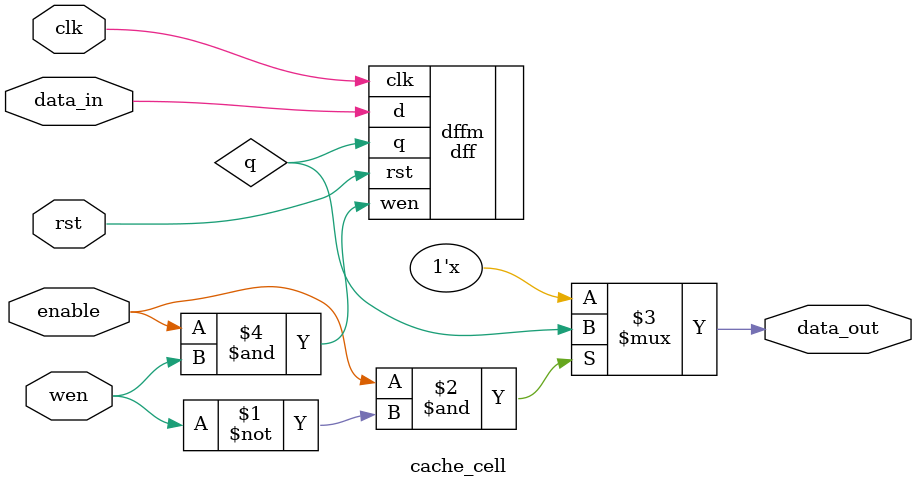
<source format=v>
module cache_cell (
    input  clk,
    input  rst,
    input  data_in,
    input  wen,
    input  enable,
    output data_out
);
  wire q;
  assign data_out = (enable & ~wen) ? q : 1'bz;
  dff dffm (
      .q  (q),
      .d  (data_in),
      .wen(enable & wen),
      .clk(clk),
      .rst(rst)
  );
endmodule

</source>
